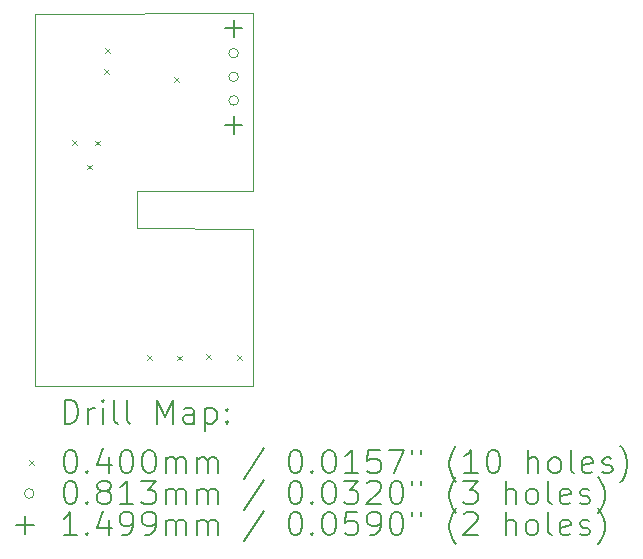
<source format=gbr>
%TF.GenerationSoftware,KiCad,Pcbnew,7.0.9*%
%TF.CreationDate,2024-03-07T22:29:10+01:00*%
%TF.ProjectId,pcb-design,7063622d-6465-4736-9967-6e2e6b696361,rev?*%
%TF.SameCoordinates,Original*%
%TF.FileFunction,Drillmap*%
%TF.FilePolarity,Positive*%
%FSLAX45Y45*%
G04 Gerber Fmt 4.5, Leading zero omitted, Abs format (unit mm)*
G04 Created by KiCad (PCBNEW 7.0.9) date 2024-03-07 22:29:10*
%MOMM*%
%LPD*%
G01*
G04 APERTURE LIST*
%ADD10C,0.100000*%
%ADD11C,0.200000*%
%ADD12C,0.149860*%
G04 APERTURE END LIST*
D10*
X15849000Y-13402900D02*
X14863200Y-13400800D01*
X14863200Y-13721400D01*
X15845200Y-13725400D01*
X15847700Y-15056800D01*
X13996200Y-15055500D01*
X14001100Y-11901900D01*
X15847700Y-11900200D01*
X15849000Y-13402900D01*
D11*
D10*
X14314700Y-12976100D02*
X14354700Y-13016100D01*
X14354700Y-12976100D02*
X14314700Y-13016100D01*
X14440300Y-13180300D02*
X14480300Y-13220300D01*
X14480300Y-13180300D02*
X14440300Y-13220300D01*
X14511792Y-12977900D02*
X14551792Y-13017900D01*
X14551792Y-12977900D02*
X14511792Y-13017900D01*
X14584242Y-12374639D02*
X14624242Y-12414639D01*
X14624242Y-12374639D02*
X14584242Y-12414639D01*
X14595513Y-12192744D02*
X14635513Y-12232744D01*
X14635513Y-12192744D02*
X14595513Y-12232744D01*
X14947275Y-14796000D02*
X14987275Y-14836000D01*
X14987275Y-14796000D02*
X14947275Y-14836000D01*
X15177900Y-12442600D02*
X15217900Y-12482600D01*
X15217900Y-12442600D02*
X15177900Y-12482600D01*
X15201700Y-14798500D02*
X15241700Y-14838500D01*
X15241700Y-14798500D02*
X15201700Y-14838500D01*
X15448600Y-14788200D02*
X15488600Y-14828200D01*
X15488600Y-14788200D02*
X15448600Y-14828200D01*
X15710300Y-14796800D02*
X15750300Y-14836800D01*
X15750300Y-14796800D02*
X15710300Y-14836800D01*
X15722840Y-12238200D02*
G75*
G03*
X15722840Y-12238200I-40640J0D01*
G01*
X15722840Y-12438200D02*
G75*
G03*
X15722840Y-12438200I-40640J0D01*
G01*
X15722840Y-12638200D02*
G75*
G03*
X15722840Y-12638200I-40640J0D01*
G01*
D12*
X15682200Y-11953060D02*
X15682200Y-12102920D01*
X15607270Y-12027990D02*
X15757130Y-12027990D01*
X15682200Y-12773480D02*
X15682200Y-12923340D01*
X15607270Y-12848410D02*
X15757130Y-12848410D01*
D11*
X14251977Y-15373284D02*
X14251977Y-15173284D01*
X14251977Y-15173284D02*
X14299596Y-15173284D01*
X14299596Y-15173284D02*
X14328167Y-15182808D01*
X14328167Y-15182808D02*
X14347215Y-15201855D01*
X14347215Y-15201855D02*
X14356739Y-15220903D01*
X14356739Y-15220903D02*
X14366262Y-15258998D01*
X14366262Y-15258998D02*
X14366262Y-15287569D01*
X14366262Y-15287569D02*
X14356739Y-15325665D01*
X14356739Y-15325665D02*
X14347215Y-15344712D01*
X14347215Y-15344712D02*
X14328167Y-15363760D01*
X14328167Y-15363760D02*
X14299596Y-15373284D01*
X14299596Y-15373284D02*
X14251977Y-15373284D01*
X14451977Y-15373284D02*
X14451977Y-15239950D01*
X14451977Y-15278046D02*
X14461501Y-15258998D01*
X14461501Y-15258998D02*
X14471024Y-15249474D01*
X14471024Y-15249474D02*
X14490072Y-15239950D01*
X14490072Y-15239950D02*
X14509120Y-15239950D01*
X14575786Y-15373284D02*
X14575786Y-15239950D01*
X14575786Y-15173284D02*
X14566262Y-15182808D01*
X14566262Y-15182808D02*
X14575786Y-15192331D01*
X14575786Y-15192331D02*
X14585310Y-15182808D01*
X14585310Y-15182808D02*
X14575786Y-15173284D01*
X14575786Y-15173284D02*
X14575786Y-15192331D01*
X14699596Y-15373284D02*
X14680548Y-15363760D01*
X14680548Y-15363760D02*
X14671024Y-15344712D01*
X14671024Y-15344712D02*
X14671024Y-15173284D01*
X14804358Y-15373284D02*
X14785310Y-15363760D01*
X14785310Y-15363760D02*
X14775786Y-15344712D01*
X14775786Y-15344712D02*
X14775786Y-15173284D01*
X15032929Y-15373284D02*
X15032929Y-15173284D01*
X15032929Y-15173284D02*
X15099596Y-15316141D01*
X15099596Y-15316141D02*
X15166262Y-15173284D01*
X15166262Y-15173284D02*
X15166262Y-15373284D01*
X15347215Y-15373284D02*
X15347215Y-15268522D01*
X15347215Y-15268522D02*
X15337691Y-15249474D01*
X15337691Y-15249474D02*
X15318643Y-15239950D01*
X15318643Y-15239950D02*
X15280548Y-15239950D01*
X15280548Y-15239950D02*
X15261501Y-15249474D01*
X15347215Y-15363760D02*
X15328167Y-15373284D01*
X15328167Y-15373284D02*
X15280548Y-15373284D01*
X15280548Y-15373284D02*
X15261501Y-15363760D01*
X15261501Y-15363760D02*
X15251977Y-15344712D01*
X15251977Y-15344712D02*
X15251977Y-15325665D01*
X15251977Y-15325665D02*
X15261501Y-15306617D01*
X15261501Y-15306617D02*
X15280548Y-15297093D01*
X15280548Y-15297093D02*
X15328167Y-15297093D01*
X15328167Y-15297093D02*
X15347215Y-15287569D01*
X15442453Y-15239950D02*
X15442453Y-15439950D01*
X15442453Y-15249474D02*
X15461501Y-15239950D01*
X15461501Y-15239950D02*
X15499596Y-15239950D01*
X15499596Y-15239950D02*
X15518643Y-15249474D01*
X15518643Y-15249474D02*
X15528167Y-15258998D01*
X15528167Y-15258998D02*
X15537691Y-15278046D01*
X15537691Y-15278046D02*
X15537691Y-15335188D01*
X15537691Y-15335188D02*
X15528167Y-15354236D01*
X15528167Y-15354236D02*
X15518643Y-15363760D01*
X15518643Y-15363760D02*
X15499596Y-15373284D01*
X15499596Y-15373284D02*
X15461501Y-15373284D01*
X15461501Y-15373284D02*
X15442453Y-15363760D01*
X15623405Y-15354236D02*
X15632929Y-15363760D01*
X15632929Y-15363760D02*
X15623405Y-15373284D01*
X15623405Y-15373284D02*
X15613882Y-15363760D01*
X15613882Y-15363760D02*
X15623405Y-15354236D01*
X15623405Y-15354236D02*
X15623405Y-15373284D01*
X15623405Y-15249474D02*
X15632929Y-15258998D01*
X15632929Y-15258998D02*
X15623405Y-15268522D01*
X15623405Y-15268522D02*
X15613882Y-15258998D01*
X15613882Y-15258998D02*
X15623405Y-15249474D01*
X15623405Y-15249474D02*
X15623405Y-15268522D01*
D10*
X13951200Y-15681800D02*
X13991200Y-15721800D01*
X13991200Y-15681800D02*
X13951200Y-15721800D01*
D11*
X14290072Y-15593284D02*
X14309120Y-15593284D01*
X14309120Y-15593284D02*
X14328167Y-15602808D01*
X14328167Y-15602808D02*
X14337691Y-15612331D01*
X14337691Y-15612331D02*
X14347215Y-15631379D01*
X14347215Y-15631379D02*
X14356739Y-15669474D01*
X14356739Y-15669474D02*
X14356739Y-15717093D01*
X14356739Y-15717093D02*
X14347215Y-15755188D01*
X14347215Y-15755188D02*
X14337691Y-15774236D01*
X14337691Y-15774236D02*
X14328167Y-15783760D01*
X14328167Y-15783760D02*
X14309120Y-15793284D01*
X14309120Y-15793284D02*
X14290072Y-15793284D01*
X14290072Y-15793284D02*
X14271024Y-15783760D01*
X14271024Y-15783760D02*
X14261501Y-15774236D01*
X14261501Y-15774236D02*
X14251977Y-15755188D01*
X14251977Y-15755188D02*
X14242453Y-15717093D01*
X14242453Y-15717093D02*
X14242453Y-15669474D01*
X14242453Y-15669474D02*
X14251977Y-15631379D01*
X14251977Y-15631379D02*
X14261501Y-15612331D01*
X14261501Y-15612331D02*
X14271024Y-15602808D01*
X14271024Y-15602808D02*
X14290072Y-15593284D01*
X14442453Y-15774236D02*
X14451977Y-15783760D01*
X14451977Y-15783760D02*
X14442453Y-15793284D01*
X14442453Y-15793284D02*
X14432929Y-15783760D01*
X14432929Y-15783760D02*
X14442453Y-15774236D01*
X14442453Y-15774236D02*
X14442453Y-15793284D01*
X14623405Y-15659950D02*
X14623405Y-15793284D01*
X14575786Y-15583760D02*
X14528167Y-15726617D01*
X14528167Y-15726617D02*
X14651977Y-15726617D01*
X14766262Y-15593284D02*
X14785310Y-15593284D01*
X14785310Y-15593284D02*
X14804358Y-15602808D01*
X14804358Y-15602808D02*
X14813882Y-15612331D01*
X14813882Y-15612331D02*
X14823405Y-15631379D01*
X14823405Y-15631379D02*
X14832929Y-15669474D01*
X14832929Y-15669474D02*
X14832929Y-15717093D01*
X14832929Y-15717093D02*
X14823405Y-15755188D01*
X14823405Y-15755188D02*
X14813882Y-15774236D01*
X14813882Y-15774236D02*
X14804358Y-15783760D01*
X14804358Y-15783760D02*
X14785310Y-15793284D01*
X14785310Y-15793284D02*
X14766262Y-15793284D01*
X14766262Y-15793284D02*
X14747215Y-15783760D01*
X14747215Y-15783760D02*
X14737691Y-15774236D01*
X14737691Y-15774236D02*
X14728167Y-15755188D01*
X14728167Y-15755188D02*
X14718643Y-15717093D01*
X14718643Y-15717093D02*
X14718643Y-15669474D01*
X14718643Y-15669474D02*
X14728167Y-15631379D01*
X14728167Y-15631379D02*
X14737691Y-15612331D01*
X14737691Y-15612331D02*
X14747215Y-15602808D01*
X14747215Y-15602808D02*
X14766262Y-15593284D01*
X14956739Y-15593284D02*
X14975786Y-15593284D01*
X14975786Y-15593284D02*
X14994834Y-15602808D01*
X14994834Y-15602808D02*
X15004358Y-15612331D01*
X15004358Y-15612331D02*
X15013882Y-15631379D01*
X15013882Y-15631379D02*
X15023405Y-15669474D01*
X15023405Y-15669474D02*
X15023405Y-15717093D01*
X15023405Y-15717093D02*
X15013882Y-15755188D01*
X15013882Y-15755188D02*
X15004358Y-15774236D01*
X15004358Y-15774236D02*
X14994834Y-15783760D01*
X14994834Y-15783760D02*
X14975786Y-15793284D01*
X14975786Y-15793284D02*
X14956739Y-15793284D01*
X14956739Y-15793284D02*
X14937691Y-15783760D01*
X14937691Y-15783760D02*
X14928167Y-15774236D01*
X14928167Y-15774236D02*
X14918643Y-15755188D01*
X14918643Y-15755188D02*
X14909120Y-15717093D01*
X14909120Y-15717093D02*
X14909120Y-15669474D01*
X14909120Y-15669474D02*
X14918643Y-15631379D01*
X14918643Y-15631379D02*
X14928167Y-15612331D01*
X14928167Y-15612331D02*
X14937691Y-15602808D01*
X14937691Y-15602808D02*
X14956739Y-15593284D01*
X15109120Y-15793284D02*
X15109120Y-15659950D01*
X15109120Y-15678998D02*
X15118643Y-15669474D01*
X15118643Y-15669474D02*
X15137691Y-15659950D01*
X15137691Y-15659950D02*
X15166263Y-15659950D01*
X15166263Y-15659950D02*
X15185310Y-15669474D01*
X15185310Y-15669474D02*
X15194834Y-15688522D01*
X15194834Y-15688522D02*
X15194834Y-15793284D01*
X15194834Y-15688522D02*
X15204358Y-15669474D01*
X15204358Y-15669474D02*
X15223405Y-15659950D01*
X15223405Y-15659950D02*
X15251977Y-15659950D01*
X15251977Y-15659950D02*
X15271024Y-15669474D01*
X15271024Y-15669474D02*
X15280548Y-15688522D01*
X15280548Y-15688522D02*
X15280548Y-15793284D01*
X15375786Y-15793284D02*
X15375786Y-15659950D01*
X15375786Y-15678998D02*
X15385310Y-15669474D01*
X15385310Y-15669474D02*
X15404358Y-15659950D01*
X15404358Y-15659950D02*
X15432929Y-15659950D01*
X15432929Y-15659950D02*
X15451977Y-15669474D01*
X15451977Y-15669474D02*
X15461501Y-15688522D01*
X15461501Y-15688522D02*
X15461501Y-15793284D01*
X15461501Y-15688522D02*
X15471024Y-15669474D01*
X15471024Y-15669474D02*
X15490072Y-15659950D01*
X15490072Y-15659950D02*
X15518643Y-15659950D01*
X15518643Y-15659950D02*
X15537691Y-15669474D01*
X15537691Y-15669474D02*
X15547215Y-15688522D01*
X15547215Y-15688522D02*
X15547215Y-15793284D01*
X15937691Y-15583760D02*
X15766263Y-15840903D01*
X16194834Y-15593284D02*
X16213882Y-15593284D01*
X16213882Y-15593284D02*
X16232929Y-15602808D01*
X16232929Y-15602808D02*
X16242453Y-15612331D01*
X16242453Y-15612331D02*
X16251977Y-15631379D01*
X16251977Y-15631379D02*
X16261501Y-15669474D01*
X16261501Y-15669474D02*
X16261501Y-15717093D01*
X16261501Y-15717093D02*
X16251977Y-15755188D01*
X16251977Y-15755188D02*
X16242453Y-15774236D01*
X16242453Y-15774236D02*
X16232929Y-15783760D01*
X16232929Y-15783760D02*
X16213882Y-15793284D01*
X16213882Y-15793284D02*
X16194834Y-15793284D01*
X16194834Y-15793284D02*
X16175786Y-15783760D01*
X16175786Y-15783760D02*
X16166263Y-15774236D01*
X16166263Y-15774236D02*
X16156739Y-15755188D01*
X16156739Y-15755188D02*
X16147215Y-15717093D01*
X16147215Y-15717093D02*
X16147215Y-15669474D01*
X16147215Y-15669474D02*
X16156739Y-15631379D01*
X16156739Y-15631379D02*
X16166263Y-15612331D01*
X16166263Y-15612331D02*
X16175786Y-15602808D01*
X16175786Y-15602808D02*
X16194834Y-15593284D01*
X16347215Y-15774236D02*
X16356739Y-15783760D01*
X16356739Y-15783760D02*
X16347215Y-15793284D01*
X16347215Y-15793284D02*
X16337691Y-15783760D01*
X16337691Y-15783760D02*
X16347215Y-15774236D01*
X16347215Y-15774236D02*
X16347215Y-15793284D01*
X16480548Y-15593284D02*
X16499596Y-15593284D01*
X16499596Y-15593284D02*
X16518644Y-15602808D01*
X16518644Y-15602808D02*
X16528167Y-15612331D01*
X16528167Y-15612331D02*
X16537691Y-15631379D01*
X16537691Y-15631379D02*
X16547215Y-15669474D01*
X16547215Y-15669474D02*
X16547215Y-15717093D01*
X16547215Y-15717093D02*
X16537691Y-15755188D01*
X16537691Y-15755188D02*
X16528167Y-15774236D01*
X16528167Y-15774236D02*
X16518644Y-15783760D01*
X16518644Y-15783760D02*
X16499596Y-15793284D01*
X16499596Y-15793284D02*
X16480548Y-15793284D01*
X16480548Y-15793284D02*
X16461501Y-15783760D01*
X16461501Y-15783760D02*
X16451977Y-15774236D01*
X16451977Y-15774236D02*
X16442453Y-15755188D01*
X16442453Y-15755188D02*
X16432929Y-15717093D01*
X16432929Y-15717093D02*
X16432929Y-15669474D01*
X16432929Y-15669474D02*
X16442453Y-15631379D01*
X16442453Y-15631379D02*
X16451977Y-15612331D01*
X16451977Y-15612331D02*
X16461501Y-15602808D01*
X16461501Y-15602808D02*
X16480548Y-15593284D01*
X16737691Y-15793284D02*
X16623406Y-15793284D01*
X16680548Y-15793284D02*
X16680548Y-15593284D01*
X16680548Y-15593284D02*
X16661501Y-15621855D01*
X16661501Y-15621855D02*
X16642453Y-15640903D01*
X16642453Y-15640903D02*
X16623406Y-15650427D01*
X16918644Y-15593284D02*
X16823406Y-15593284D01*
X16823406Y-15593284D02*
X16813882Y-15688522D01*
X16813882Y-15688522D02*
X16823406Y-15678998D01*
X16823406Y-15678998D02*
X16842453Y-15669474D01*
X16842453Y-15669474D02*
X16890072Y-15669474D01*
X16890072Y-15669474D02*
X16909120Y-15678998D01*
X16909120Y-15678998D02*
X16918644Y-15688522D01*
X16918644Y-15688522D02*
X16928168Y-15707569D01*
X16928168Y-15707569D02*
X16928168Y-15755188D01*
X16928168Y-15755188D02*
X16918644Y-15774236D01*
X16918644Y-15774236D02*
X16909120Y-15783760D01*
X16909120Y-15783760D02*
X16890072Y-15793284D01*
X16890072Y-15793284D02*
X16842453Y-15793284D01*
X16842453Y-15793284D02*
X16823406Y-15783760D01*
X16823406Y-15783760D02*
X16813882Y-15774236D01*
X16994834Y-15593284D02*
X17128168Y-15593284D01*
X17128168Y-15593284D02*
X17042453Y-15793284D01*
X17194834Y-15593284D02*
X17194834Y-15631379D01*
X17271025Y-15593284D02*
X17271025Y-15631379D01*
X17566263Y-15869474D02*
X17556739Y-15859950D01*
X17556739Y-15859950D02*
X17537691Y-15831379D01*
X17537691Y-15831379D02*
X17528168Y-15812331D01*
X17528168Y-15812331D02*
X17518644Y-15783760D01*
X17518644Y-15783760D02*
X17509120Y-15736141D01*
X17509120Y-15736141D02*
X17509120Y-15698046D01*
X17509120Y-15698046D02*
X17518644Y-15650427D01*
X17518644Y-15650427D02*
X17528168Y-15621855D01*
X17528168Y-15621855D02*
X17537691Y-15602808D01*
X17537691Y-15602808D02*
X17556739Y-15574236D01*
X17556739Y-15574236D02*
X17566263Y-15564712D01*
X17747215Y-15793284D02*
X17632930Y-15793284D01*
X17690072Y-15793284D02*
X17690072Y-15593284D01*
X17690072Y-15593284D02*
X17671025Y-15621855D01*
X17671025Y-15621855D02*
X17651977Y-15640903D01*
X17651977Y-15640903D02*
X17632930Y-15650427D01*
X17871025Y-15593284D02*
X17890072Y-15593284D01*
X17890072Y-15593284D02*
X17909120Y-15602808D01*
X17909120Y-15602808D02*
X17918644Y-15612331D01*
X17918644Y-15612331D02*
X17928168Y-15631379D01*
X17928168Y-15631379D02*
X17937691Y-15669474D01*
X17937691Y-15669474D02*
X17937691Y-15717093D01*
X17937691Y-15717093D02*
X17928168Y-15755188D01*
X17928168Y-15755188D02*
X17918644Y-15774236D01*
X17918644Y-15774236D02*
X17909120Y-15783760D01*
X17909120Y-15783760D02*
X17890072Y-15793284D01*
X17890072Y-15793284D02*
X17871025Y-15793284D01*
X17871025Y-15793284D02*
X17851977Y-15783760D01*
X17851977Y-15783760D02*
X17842453Y-15774236D01*
X17842453Y-15774236D02*
X17832930Y-15755188D01*
X17832930Y-15755188D02*
X17823406Y-15717093D01*
X17823406Y-15717093D02*
X17823406Y-15669474D01*
X17823406Y-15669474D02*
X17832930Y-15631379D01*
X17832930Y-15631379D02*
X17842453Y-15612331D01*
X17842453Y-15612331D02*
X17851977Y-15602808D01*
X17851977Y-15602808D02*
X17871025Y-15593284D01*
X18175787Y-15793284D02*
X18175787Y-15593284D01*
X18261501Y-15793284D02*
X18261501Y-15688522D01*
X18261501Y-15688522D02*
X18251977Y-15669474D01*
X18251977Y-15669474D02*
X18232930Y-15659950D01*
X18232930Y-15659950D02*
X18204358Y-15659950D01*
X18204358Y-15659950D02*
X18185311Y-15669474D01*
X18185311Y-15669474D02*
X18175787Y-15678998D01*
X18385311Y-15793284D02*
X18366263Y-15783760D01*
X18366263Y-15783760D02*
X18356739Y-15774236D01*
X18356739Y-15774236D02*
X18347215Y-15755188D01*
X18347215Y-15755188D02*
X18347215Y-15698046D01*
X18347215Y-15698046D02*
X18356739Y-15678998D01*
X18356739Y-15678998D02*
X18366263Y-15669474D01*
X18366263Y-15669474D02*
X18385311Y-15659950D01*
X18385311Y-15659950D02*
X18413882Y-15659950D01*
X18413882Y-15659950D02*
X18432930Y-15669474D01*
X18432930Y-15669474D02*
X18442453Y-15678998D01*
X18442453Y-15678998D02*
X18451977Y-15698046D01*
X18451977Y-15698046D02*
X18451977Y-15755188D01*
X18451977Y-15755188D02*
X18442453Y-15774236D01*
X18442453Y-15774236D02*
X18432930Y-15783760D01*
X18432930Y-15783760D02*
X18413882Y-15793284D01*
X18413882Y-15793284D02*
X18385311Y-15793284D01*
X18566263Y-15793284D02*
X18547215Y-15783760D01*
X18547215Y-15783760D02*
X18537692Y-15764712D01*
X18537692Y-15764712D02*
X18537692Y-15593284D01*
X18718644Y-15783760D02*
X18699596Y-15793284D01*
X18699596Y-15793284D02*
X18661501Y-15793284D01*
X18661501Y-15793284D02*
X18642453Y-15783760D01*
X18642453Y-15783760D02*
X18632930Y-15764712D01*
X18632930Y-15764712D02*
X18632930Y-15688522D01*
X18632930Y-15688522D02*
X18642453Y-15669474D01*
X18642453Y-15669474D02*
X18661501Y-15659950D01*
X18661501Y-15659950D02*
X18699596Y-15659950D01*
X18699596Y-15659950D02*
X18718644Y-15669474D01*
X18718644Y-15669474D02*
X18728168Y-15688522D01*
X18728168Y-15688522D02*
X18728168Y-15707569D01*
X18728168Y-15707569D02*
X18632930Y-15726617D01*
X18804358Y-15783760D02*
X18823406Y-15793284D01*
X18823406Y-15793284D02*
X18861501Y-15793284D01*
X18861501Y-15793284D02*
X18880549Y-15783760D01*
X18880549Y-15783760D02*
X18890073Y-15764712D01*
X18890073Y-15764712D02*
X18890073Y-15755188D01*
X18890073Y-15755188D02*
X18880549Y-15736141D01*
X18880549Y-15736141D02*
X18861501Y-15726617D01*
X18861501Y-15726617D02*
X18832930Y-15726617D01*
X18832930Y-15726617D02*
X18813882Y-15717093D01*
X18813882Y-15717093D02*
X18804358Y-15698046D01*
X18804358Y-15698046D02*
X18804358Y-15688522D01*
X18804358Y-15688522D02*
X18813882Y-15669474D01*
X18813882Y-15669474D02*
X18832930Y-15659950D01*
X18832930Y-15659950D02*
X18861501Y-15659950D01*
X18861501Y-15659950D02*
X18880549Y-15669474D01*
X18956739Y-15869474D02*
X18966263Y-15859950D01*
X18966263Y-15859950D02*
X18985311Y-15831379D01*
X18985311Y-15831379D02*
X18994834Y-15812331D01*
X18994834Y-15812331D02*
X19004358Y-15783760D01*
X19004358Y-15783760D02*
X19013882Y-15736141D01*
X19013882Y-15736141D02*
X19013882Y-15698046D01*
X19013882Y-15698046D02*
X19004358Y-15650427D01*
X19004358Y-15650427D02*
X18994834Y-15621855D01*
X18994834Y-15621855D02*
X18985311Y-15602808D01*
X18985311Y-15602808D02*
X18966263Y-15574236D01*
X18966263Y-15574236D02*
X18956739Y-15564712D01*
D10*
X13991200Y-15965800D02*
G75*
G03*
X13991200Y-15965800I-40640J0D01*
G01*
D11*
X14290072Y-15857284D02*
X14309120Y-15857284D01*
X14309120Y-15857284D02*
X14328167Y-15866808D01*
X14328167Y-15866808D02*
X14337691Y-15876331D01*
X14337691Y-15876331D02*
X14347215Y-15895379D01*
X14347215Y-15895379D02*
X14356739Y-15933474D01*
X14356739Y-15933474D02*
X14356739Y-15981093D01*
X14356739Y-15981093D02*
X14347215Y-16019188D01*
X14347215Y-16019188D02*
X14337691Y-16038236D01*
X14337691Y-16038236D02*
X14328167Y-16047760D01*
X14328167Y-16047760D02*
X14309120Y-16057284D01*
X14309120Y-16057284D02*
X14290072Y-16057284D01*
X14290072Y-16057284D02*
X14271024Y-16047760D01*
X14271024Y-16047760D02*
X14261501Y-16038236D01*
X14261501Y-16038236D02*
X14251977Y-16019188D01*
X14251977Y-16019188D02*
X14242453Y-15981093D01*
X14242453Y-15981093D02*
X14242453Y-15933474D01*
X14242453Y-15933474D02*
X14251977Y-15895379D01*
X14251977Y-15895379D02*
X14261501Y-15876331D01*
X14261501Y-15876331D02*
X14271024Y-15866808D01*
X14271024Y-15866808D02*
X14290072Y-15857284D01*
X14442453Y-16038236D02*
X14451977Y-16047760D01*
X14451977Y-16047760D02*
X14442453Y-16057284D01*
X14442453Y-16057284D02*
X14432929Y-16047760D01*
X14432929Y-16047760D02*
X14442453Y-16038236D01*
X14442453Y-16038236D02*
X14442453Y-16057284D01*
X14566262Y-15942998D02*
X14547215Y-15933474D01*
X14547215Y-15933474D02*
X14537691Y-15923950D01*
X14537691Y-15923950D02*
X14528167Y-15904903D01*
X14528167Y-15904903D02*
X14528167Y-15895379D01*
X14528167Y-15895379D02*
X14537691Y-15876331D01*
X14537691Y-15876331D02*
X14547215Y-15866808D01*
X14547215Y-15866808D02*
X14566262Y-15857284D01*
X14566262Y-15857284D02*
X14604358Y-15857284D01*
X14604358Y-15857284D02*
X14623405Y-15866808D01*
X14623405Y-15866808D02*
X14632929Y-15876331D01*
X14632929Y-15876331D02*
X14642453Y-15895379D01*
X14642453Y-15895379D02*
X14642453Y-15904903D01*
X14642453Y-15904903D02*
X14632929Y-15923950D01*
X14632929Y-15923950D02*
X14623405Y-15933474D01*
X14623405Y-15933474D02*
X14604358Y-15942998D01*
X14604358Y-15942998D02*
X14566262Y-15942998D01*
X14566262Y-15942998D02*
X14547215Y-15952522D01*
X14547215Y-15952522D02*
X14537691Y-15962046D01*
X14537691Y-15962046D02*
X14528167Y-15981093D01*
X14528167Y-15981093D02*
X14528167Y-16019188D01*
X14528167Y-16019188D02*
X14537691Y-16038236D01*
X14537691Y-16038236D02*
X14547215Y-16047760D01*
X14547215Y-16047760D02*
X14566262Y-16057284D01*
X14566262Y-16057284D02*
X14604358Y-16057284D01*
X14604358Y-16057284D02*
X14623405Y-16047760D01*
X14623405Y-16047760D02*
X14632929Y-16038236D01*
X14632929Y-16038236D02*
X14642453Y-16019188D01*
X14642453Y-16019188D02*
X14642453Y-15981093D01*
X14642453Y-15981093D02*
X14632929Y-15962046D01*
X14632929Y-15962046D02*
X14623405Y-15952522D01*
X14623405Y-15952522D02*
X14604358Y-15942998D01*
X14832929Y-16057284D02*
X14718643Y-16057284D01*
X14775786Y-16057284D02*
X14775786Y-15857284D01*
X14775786Y-15857284D02*
X14756739Y-15885855D01*
X14756739Y-15885855D02*
X14737691Y-15904903D01*
X14737691Y-15904903D02*
X14718643Y-15914427D01*
X14899596Y-15857284D02*
X15023405Y-15857284D01*
X15023405Y-15857284D02*
X14956739Y-15933474D01*
X14956739Y-15933474D02*
X14985310Y-15933474D01*
X14985310Y-15933474D02*
X15004358Y-15942998D01*
X15004358Y-15942998D02*
X15013882Y-15952522D01*
X15013882Y-15952522D02*
X15023405Y-15971569D01*
X15023405Y-15971569D02*
X15023405Y-16019188D01*
X15023405Y-16019188D02*
X15013882Y-16038236D01*
X15013882Y-16038236D02*
X15004358Y-16047760D01*
X15004358Y-16047760D02*
X14985310Y-16057284D01*
X14985310Y-16057284D02*
X14928167Y-16057284D01*
X14928167Y-16057284D02*
X14909120Y-16047760D01*
X14909120Y-16047760D02*
X14899596Y-16038236D01*
X15109120Y-16057284D02*
X15109120Y-15923950D01*
X15109120Y-15942998D02*
X15118643Y-15933474D01*
X15118643Y-15933474D02*
X15137691Y-15923950D01*
X15137691Y-15923950D02*
X15166263Y-15923950D01*
X15166263Y-15923950D02*
X15185310Y-15933474D01*
X15185310Y-15933474D02*
X15194834Y-15952522D01*
X15194834Y-15952522D02*
X15194834Y-16057284D01*
X15194834Y-15952522D02*
X15204358Y-15933474D01*
X15204358Y-15933474D02*
X15223405Y-15923950D01*
X15223405Y-15923950D02*
X15251977Y-15923950D01*
X15251977Y-15923950D02*
X15271024Y-15933474D01*
X15271024Y-15933474D02*
X15280548Y-15952522D01*
X15280548Y-15952522D02*
X15280548Y-16057284D01*
X15375786Y-16057284D02*
X15375786Y-15923950D01*
X15375786Y-15942998D02*
X15385310Y-15933474D01*
X15385310Y-15933474D02*
X15404358Y-15923950D01*
X15404358Y-15923950D02*
X15432929Y-15923950D01*
X15432929Y-15923950D02*
X15451977Y-15933474D01*
X15451977Y-15933474D02*
X15461501Y-15952522D01*
X15461501Y-15952522D02*
X15461501Y-16057284D01*
X15461501Y-15952522D02*
X15471024Y-15933474D01*
X15471024Y-15933474D02*
X15490072Y-15923950D01*
X15490072Y-15923950D02*
X15518643Y-15923950D01*
X15518643Y-15923950D02*
X15537691Y-15933474D01*
X15537691Y-15933474D02*
X15547215Y-15952522D01*
X15547215Y-15952522D02*
X15547215Y-16057284D01*
X15937691Y-15847760D02*
X15766263Y-16104903D01*
X16194834Y-15857284D02*
X16213882Y-15857284D01*
X16213882Y-15857284D02*
X16232929Y-15866808D01*
X16232929Y-15866808D02*
X16242453Y-15876331D01*
X16242453Y-15876331D02*
X16251977Y-15895379D01*
X16251977Y-15895379D02*
X16261501Y-15933474D01*
X16261501Y-15933474D02*
X16261501Y-15981093D01*
X16261501Y-15981093D02*
X16251977Y-16019188D01*
X16251977Y-16019188D02*
X16242453Y-16038236D01*
X16242453Y-16038236D02*
X16232929Y-16047760D01*
X16232929Y-16047760D02*
X16213882Y-16057284D01*
X16213882Y-16057284D02*
X16194834Y-16057284D01*
X16194834Y-16057284D02*
X16175786Y-16047760D01*
X16175786Y-16047760D02*
X16166263Y-16038236D01*
X16166263Y-16038236D02*
X16156739Y-16019188D01*
X16156739Y-16019188D02*
X16147215Y-15981093D01*
X16147215Y-15981093D02*
X16147215Y-15933474D01*
X16147215Y-15933474D02*
X16156739Y-15895379D01*
X16156739Y-15895379D02*
X16166263Y-15876331D01*
X16166263Y-15876331D02*
X16175786Y-15866808D01*
X16175786Y-15866808D02*
X16194834Y-15857284D01*
X16347215Y-16038236D02*
X16356739Y-16047760D01*
X16356739Y-16047760D02*
X16347215Y-16057284D01*
X16347215Y-16057284D02*
X16337691Y-16047760D01*
X16337691Y-16047760D02*
X16347215Y-16038236D01*
X16347215Y-16038236D02*
X16347215Y-16057284D01*
X16480548Y-15857284D02*
X16499596Y-15857284D01*
X16499596Y-15857284D02*
X16518644Y-15866808D01*
X16518644Y-15866808D02*
X16528167Y-15876331D01*
X16528167Y-15876331D02*
X16537691Y-15895379D01*
X16537691Y-15895379D02*
X16547215Y-15933474D01*
X16547215Y-15933474D02*
X16547215Y-15981093D01*
X16547215Y-15981093D02*
X16537691Y-16019188D01*
X16537691Y-16019188D02*
X16528167Y-16038236D01*
X16528167Y-16038236D02*
X16518644Y-16047760D01*
X16518644Y-16047760D02*
X16499596Y-16057284D01*
X16499596Y-16057284D02*
X16480548Y-16057284D01*
X16480548Y-16057284D02*
X16461501Y-16047760D01*
X16461501Y-16047760D02*
X16451977Y-16038236D01*
X16451977Y-16038236D02*
X16442453Y-16019188D01*
X16442453Y-16019188D02*
X16432929Y-15981093D01*
X16432929Y-15981093D02*
X16432929Y-15933474D01*
X16432929Y-15933474D02*
X16442453Y-15895379D01*
X16442453Y-15895379D02*
X16451977Y-15876331D01*
X16451977Y-15876331D02*
X16461501Y-15866808D01*
X16461501Y-15866808D02*
X16480548Y-15857284D01*
X16613882Y-15857284D02*
X16737691Y-15857284D01*
X16737691Y-15857284D02*
X16671025Y-15933474D01*
X16671025Y-15933474D02*
X16699596Y-15933474D01*
X16699596Y-15933474D02*
X16718644Y-15942998D01*
X16718644Y-15942998D02*
X16728167Y-15952522D01*
X16728167Y-15952522D02*
X16737691Y-15971569D01*
X16737691Y-15971569D02*
X16737691Y-16019188D01*
X16737691Y-16019188D02*
X16728167Y-16038236D01*
X16728167Y-16038236D02*
X16718644Y-16047760D01*
X16718644Y-16047760D02*
X16699596Y-16057284D01*
X16699596Y-16057284D02*
X16642453Y-16057284D01*
X16642453Y-16057284D02*
X16623406Y-16047760D01*
X16623406Y-16047760D02*
X16613882Y-16038236D01*
X16813882Y-15876331D02*
X16823406Y-15866808D01*
X16823406Y-15866808D02*
X16842453Y-15857284D01*
X16842453Y-15857284D02*
X16890072Y-15857284D01*
X16890072Y-15857284D02*
X16909120Y-15866808D01*
X16909120Y-15866808D02*
X16918644Y-15876331D01*
X16918644Y-15876331D02*
X16928168Y-15895379D01*
X16928168Y-15895379D02*
X16928168Y-15914427D01*
X16928168Y-15914427D02*
X16918644Y-15942998D01*
X16918644Y-15942998D02*
X16804358Y-16057284D01*
X16804358Y-16057284D02*
X16928168Y-16057284D01*
X17051977Y-15857284D02*
X17071025Y-15857284D01*
X17071025Y-15857284D02*
X17090072Y-15866808D01*
X17090072Y-15866808D02*
X17099596Y-15876331D01*
X17099596Y-15876331D02*
X17109120Y-15895379D01*
X17109120Y-15895379D02*
X17118644Y-15933474D01*
X17118644Y-15933474D02*
X17118644Y-15981093D01*
X17118644Y-15981093D02*
X17109120Y-16019188D01*
X17109120Y-16019188D02*
X17099596Y-16038236D01*
X17099596Y-16038236D02*
X17090072Y-16047760D01*
X17090072Y-16047760D02*
X17071025Y-16057284D01*
X17071025Y-16057284D02*
X17051977Y-16057284D01*
X17051977Y-16057284D02*
X17032929Y-16047760D01*
X17032929Y-16047760D02*
X17023406Y-16038236D01*
X17023406Y-16038236D02*
X17013882Y-16019188D01*
X17013882Y-16019188D02*
X17004358Y-15981093D01*
X17004358Y-15981093D02*
X17004358Y-15933474D01*
X17004358Y-15933474D02*
X17013882Y-15895379D01*
X17013882Y-15895379D02*
X17023406Y-15876331D01*
X17023406Y-15876331D02*
X17032929Y-15866808D01*
X17032929Y-15866808D02*
X17051977Y-15857284D01*
X17194834Y-15857284D02*
X17194834Y-15895379D01*
X17271025Y-15857284D02*
X17271025Y-15895379D01*
X17566263Y-16133474D02*
X17556739Y-16123950D01*
X17556739Y-16123950D02*
X17537691Y-16095379D01*
X17537691Y-16095379D02*
X17528168Y-16076331D01*
X17528168Y-16076331D02*
X17518644Y-16047760D01*
X17518644Y-16047760D02*
X17509120Y-16000141D01*
X17509120Y-16000141D02*
X17509120Y-15962046D01*
X17509120Y-15962046D02*
X17518644Y-15914427D01*
X17518644Y-15914427D02*
X17528168Y-15885855D01*
X17528168Y-15885855D02*
X17537691Y-15866808D01*
X17537691Y-15866808D02*
X17556739Y-15838236D01*
X17556739Y-15838236D02*
X17566263Y-15828712D01*
X17623406Y-15857284D02*
X17747215Y-15857284D01*
X17747215Y-15857284D02*
X17680549Y-15933474D01*
X17680549Y-15933474D02*
X17709120Y-15933474D01*
X17709120Y-15933474D02*
X17728168Y-15942998D01*
X17728168Y-15942998D02*
X17737691Y-15952522D01*
X17737691Y-15952522D02*
X17747215Y-15971569D01*
X17747215Y-15971569D02*
X17747215Y-16019188D01*
X17747215Y-16019188D02*
X17737691Y-16038236D01*
X17737691Y-16038236D02*
X17728168Y-16047760D01*
X17728168Y-16047760D02*
X17709120Y-16057284D01*
X17709120Y-16057284D02*
X17651977Y-16057284D01*
X17651977Y-16057284D02*
X17632930Y-16047760D01*
X17632930Y-16047760D02*
X17623406Y-16038236D01*
X17985311Y-16057284D02*
X17985311Y-15857284D01*
X18071025Y-16057284D02*
X18071025Y-15952522D01*
X18071025Y-15952522D02*
X18061501Y-15933474D01*
X18061501Y-15933474D02*
X18042453Y-15923950D01*
X18042453Y-15923950D02*
X18013882Y-15923950D01*
X18013882Y-15923950D02*
X17994834Y-15933474D01*
X17994834Y-15933474D02*
X17985311Y-15942998D01*
X18194834Y-16057284D02*
X18175787Y-16047760D01*
X18175787Y-16047760D02*
X18166263Y-16038236D01*
X18166263Y-16038236D02*
X18156739Y-16019188D01*
X18156739Y-16019188D02*
X18156739Y-15962046D01*
X18156739Y-15962046D02*
X18166263Y-15942998D01*
X18166263Y-15942998D02*
X18175787Y-15933474D01*
X18175787Y-15933474D02*
X18194834Y-15923950D01*
X18194834Y-15923950D02*
X18223406Y-15923950D01*
X18223406Y-15923950D02*
X18242453Y-15933474D01*
X18242453Y-15933474D02*
X18251977Y-15942998D01*
X18251977Y-15942998D02*
X18261501Y-15962046D01*
X18261501Y-15962046D02*
X18261501Y-16019188D01*
X18261501Y-16019188D02*
X18251977Y-16038236D01*
X18251977Y-16038236D02*
X18242453Y-16047760D01*
X18242453Y-16047760D02*
X18223406Y-16057284D01*
X18223406Y-16057284D02*
X18194834Y-16057284D01*
X18375787Y-16057284D02*
X18356739Y-16047760D01*
X18356739Y-16047760D02*
X18347215Y-16028712D01*
X18347215Y-16028712D02*
X18347215Y-15857284D01*
X18528168Y-16047760D02*
X18509120Y-16057284D01*
X18509120Y-16057284D02*
X18471025Y-16057284D01*
X18471025Y-16057284D02*
X18451977Y-16047760D01*
X18451977Y-16047760D02*
X18442453Y-16028712D01*
X18442453Y-16028712D02*
X18442453Y-15952522D01*
X18442453Y-15952522D02*
X18451977Y-15933474D01*
X18451977Y-15933474D02*
X18471025Y-15923950D01*
X18471025Y-15923950D02*
X18509120Y-15923950D01*
X18509120Y-15923950D02*
X18528168Y-15933474D01*
X18528168Y-15933474D02*
X18537692Y-15952522D01*
X18537692Y-15952522D02*
X18537692Y-15971569D01*
X18537692Y-15971569D02*
X18442453Y-15990617D01*
X18613882Y-16047760D02*
X18632930Y-16057284D01*
X18632930Y-16057284D02*
X18671025Y-16057284D01*
X18671025Y-16057284D02*
X18690073Y-16047760D01*
X18690073Y-16047760D02*
X18699596Y-16028712D01*
X18699596Y-16028712D02*
X18699596Y-16019188D01*
X18699596Y-16019188D02*
X18690073Y-16000141D01*
X18690073Y-16000141D02*
X18671025Y-15990617D01*
X18671025Y-15990617D02*
X18642453Y-15990617D01*
X18642453Y-15990617D02*
X18623406Y-15981093D01*
X18623406Y-15981093D02*
X18613882Y-15962046D01*
X18613882Y-15962046D02*
X18613882Y-15952522D01*
X18613882Y-15952522D02*
X18623406Y-15933474D01*
X18623406Y-15933474D02*
X18642453Y-15923950D01*
X18642453Y-15923950D02*
X18671025Y-15923950D01*
X18671025Y-15923950D02*
X18690073Y-15933474D01*
X18766263Y-16133474D02*
X18775787Y-16123950D01*
X18775787Y-16123950D02*
X18794834Y-16095379D01*
X18794834Y-16095379D02*
X18804358Y-16076331D01*
X18804358Y-16076331D02*
X18813882Y-16047760D01*
X18813882Y-16047760D02*
X18823406Y-16000141D01*
X18823406Y-16000141D02*
X18823406Y-15962046D01*
X18823406Y-15962046D02*
X18813882Y-15914427D01*
X18813882Y-15914427D02*
X18804358Y-15885855D01*
X18804358Y-15885855D02*
X18794834Y-15866808D01*
X18794834Y-15866808D02*
X18775787Y-15838236D01*
X18775787Y-15838236D02*
X18766263Y-15828712D01*
D12*
X13916270Y-16154870D02*
X13916270Y-16304730D01*
X13841340Y-16229800D02*
X13991200Y-16229800D01*
D11*
X14356739Y-16321284D02*
X14242453Y-16321284D01*
X14299596Y-16321284D02*
X14299596Y-16121284D01*
X14299596Y-16121284D02*
X14280548Y-16149855D01*
X14280548Y-16149855D02*
X14261501Y-16168903D01*
X14261501Y-16168903D02*
X14242453Y-16178427D01*
X14442453Y-16302236D02*
X14451977Y-16311760D01*
X14451977Y-16311760D02*
X14442453Y-16321284D01*
X14442453Y-16321284D02*
X14432929Y-16311760D01*
X14432929Y-16311760D02*
X14442453Y-16302236D01*
X14442453Y-16302236D02*
X14442453Y-16321284D01*
X14623405Y-16187950D02*
X14623405Y-16321284D01*
X14575786Y-16111760D02*
X14528167Y-16254617D01*
X14528167Y-16254617D02*
X14651977Y-16254617D01*
X14737691Y-16321284D02*
X14775786Y-16321284D01*
X14775786Y-16321284D02*
X14794834Y-16311760D01*
X14794834Y-16311760D02*
X14804358Y-16302236D01*
X14804358Y-16302236D02*
X14823405Y-16273665D01*
X14823405Y-16273665D02*
X14832929Y-16235569D01*
X14832929Y-16235569D02*
X14832929Y-16159379D01*
X14832929Y-16159379D02*
X14823405Y-16140331D01*
X14823405Y-16140331D02*
X14813882Y-16130808D01*
X14813882Y-16130808D02*
X14794834Y-16121284D01*
X14794834Y-16121284D02*
X14756739Y-16121284D01*
X14756739Y-16121284D02*
X14737691Y-16130808D01*
X14737691Y-16130808D02*
X14728167Y-16140331D01*
X14728167Y-16140331D02*
X14718643Y-16159379D01*
X14718643Y-16159379D02*
X14718643Y-16206998D01*
X14718643Y-16206998D02*
X14728167Y-16226046D01*
X14728167Y-16226046D02*
X14737691Y-16235569D01*
X14737691Y-16235569D02*
X14756739Y-16245093D01*
X14756739Y-16245093D02*
X14794834Y-16245093D01*
X14794834Y-16245093D02*
X14813882Y-16235569D01*
X14813882Y-16235569D02*
X14823405Y-16226046D01*
X14823405Y-16226046D02*
X14832929Y-16206998D01*
X14928167Y-16321284D02*
X14966262Y-16321284D01*
X14966262Y-16321284D02*
X14985310Y-16311760D01*
X14985310Y-16311760D02*
X14994834Y-16302236D01*
X14994834Y-16302236D02*
X15013882Y-16273665D01*
X15013882Y-16273665D02*
X15023405Y-16235569D01*
X15023405Y-16235569D02*
X15023405Y-16159379D01*
X15023405Y-16159379D02*
X15013882Y-16140331D01*
X15013882Y-16140331D02*
X15004358Y-16130808D01*
X15004358Y-16130808D02*
X14985310Y-16121284D01*
X14985310Y-16121284D02*
X14947215Y-16121284D01*
X14947215Y-16121284D02*
X14928167Y-16130808D01*
X14928167Y-16130808D02*
X14918643Y-16140331D01*
X14918643Y-16140331D02*
X14909120Y-16159379D01*
X14909120Y-16159379D02*
X14909120Y-16206998D01*
X14909120Y-16206998D02*
X14918643Y-16226046D01*
X14918643Y-16226046D02*
X14928167Y-16235569D01*
X14928167Y-16235569D02*
X14947215Y-16245093D01*
X14947215Y-16245093D02*
X14985310Y-16245093D01*
X14985310Y-16245093D02*
X15004358Y-16235569D01*
X15004358Y-16235569D02*
X15013882Y-16226046D01*
X15013882Y-16226046D02*
X15023405Y-16206998D01*
X15109120Y-16321284D02*
X15109120Y-16187950D01*
X15109120Y-16206998D02*
X15118643Y-16197474D01*
X15118643Y-16197474D02*
X15137691Y-16187950D01*
X15137691Y-16187950D02*
X15166263Y-16187950D01*
X15166263Y-16187950D02*
X15185310Y-16197474D01*
X15185310Y-16197474D02*
X15194834Y-16216522D01*
X15194834Y-16216522D02*
X15194834Y-16321284D01*
X15194834Y-16216522D02*
X15204358Y-16197474D01*
X15204358Y-16197474D02*
X15223405Y-16187950D01*
X15223405Y-16187950D02*
X15251977Y-16187950D01*
X15251977Y-16187950D02*
X15271024Y-16197474D01*
X15271024Y-16197474D02*
X15280548Y-16216522D01*
X15280548Y-16216522D02*
X15280548Y-16321284D01*
X15375786Y-16321284D02*
X15375786Y-16187950D01*
X15375786Y-16206998D02*
X15385310Y-16197474D01*
X15385310Y-16197474D02*
X15404358Y-16187950D01*
X15404358Y-16187950D02*
X15432929Y-16187950D01*
X15432929Y-16187950D02*
X15451977Y-16197474D01*
X15451977Y-16197474D02*
X15461501Y-16216522D01*
X15461501Y-16216522D02*
X15461501Y-16321284D01*
X15461501Y-16216522D02*
X15471024Y-16197474D01*
X15471024Y-16197474D02*
X15490072Y-16187950D01*
X15490072Y-16187950D02*
X15518643Y-16187950D01*
X15518643Y-16187950D02*
X15537691Y-16197474D01*
X15537691Y-16197474D02*
X15547215Y-16216522D01*
X15547215Y-16216522D02*
X15547215Y-16321284D01*
X15937691Y-16111760D02*
X15766263Y-16368903D01*
X16194834Y-16121284D02*
X16213882Y-16121284D01*
X16213882Y-16121284D02*
X16232929Y-16130808D01*
X16232929Y-16130808D02*
X16242453Y-16140331D01*
X16242453Y-16140331D02*
X16251977Y-16159379D01*
X16251977Y-16159379D02*
X16261501Y-16197474D01*
X16261501Y-16197474D02*
X16261501Y-16245093D01*
X16261501Y-16245093D02*
X16251977Y-16283188D01*
X16251977Y-16283188D02*
X16242453Y-16302236D01*
X16242453Y-16302236D02*
X16232929Y-16311760D01*
X16232929Y-16311760D02*
X16213882Y-16321284D01*
X16213882Y-16321284D02*
X16194834Y-16321284D01*
X16194834Y-16321284D02*
X16175786Y-16311760D01*
X16175786Y-16311760D02*
X16166263Y-16302236D01*
X16166263Y-16302236D02*
X16156739Y-16283188D01*
X16156739Y-16283188D02*
X16147215Y-16245093D01*
X16147215Y-16245093D02*
X16147215Y-16197474D01*
X16147215Y-16197474D02*
X16156739Y-16159379D01*
X16156739Y-16159379D02*
X16166263Y-16140331D01*
X16166263Y-16140331D02*
X16175786Y-16130808D01*
X16175786Y-16130808D02*
X16194834Y-16121284D01*
X16347215Y-16302236D02*
X16356739Y-16311760D01*
X16356739Y-16311760D02*
X16347215Y-16321284D01*
X16347215Y-16321284D02*
X16337691Y-16311760D01*
X16337691Y-16311760D02*
X16347215Y-16302236D01*
X16347215Y-16302236D02*
X16347215Y-16321284D01*
X16480548Y-16121284D02*
X16499596Y-16121284D01*
X16499596Y-16121284D02*
X16518644Y-16130808D01*
X16518644Y-16130808D02*
X16528167Y-16140331D01*
X16528167Y-16140331D02*
X16537691Y-16159379D01*
X16537691Y-16159379D02*
X16547215Y-16197474D01*
X16547215Y-16197474D02*
X16547215Y-16245093D01*
X16547215Y-16245093D02*
X16537691Y-16283188D01*
X16537691Y-16283188D02*
X16528167Y-16302236D01*
X16528167Y-16302236D02*
X16518644Y-16311760D01*
X16518644Y-16311760D02*
X16499596Y-16321284D01*
X16499596Y-16321284D02*
X16480548Y-16321284D01*
X16480548Y-16321284D02*
X16461501Y-16311760D01*
X16461501Y-16311760D02*
X16451977Y-16302236D01*
X16451977Y-16302236D02*
X16442453Y-16283188D01*
X16442453Y-16283188D02*
X16432929Y-16245093D01*
X16432929Y-16245093D02*
X16432929Y-16197474D01*
X16432929Y-16197474D02*
X16442453Y-16159379D01*
X16442453Y-16159379D02*
X16451977Y-16140331D01*
X16451977Y-16140331D02*
X16461501Y-16130808D01*
X16461501Y-16130808D02*
X16480548Y-16121284D01*
X16728167Y-16121284D02*
X16632929Y-16121284D01*
X16632929Y-16121284D02*
X16623406Y-16216522D01*
X16623406Y-16216522D02*
X16632929Y-16206998D01*
X16632929Y-16206998D02*
X16651977Y-16197474D01*
X16651977Y-16197474D02*
X16699596Y-16197474D01*
X16699596Y-16197474D02*
X16718644Y-16206998D01*
X16718644Y-16206998D02*
X16728167Y-16216522D01*
X16728167Y-16216522D02*
X16737691Y-16235569D01*
X16737691Y-16235569D02*
X16737691Y-16283188D01*
X16737691Y-16283188D02*
X16728167Y-16302236D01*
X16728167Y-16302236D02*
X16718644Y-16311760D01*
X16718644Y-16311760D02*
X16699596Y-16321284D01*
X16699596Y-16321284D02*
X16651977Y-16321284D01*
X16651977Y-16321284D02*
X16632929Y-16311760D01*
X16632929Y-16311760D02*
X16623406Y-16302236D01*
X16832929Y-16321284D02*
X16871025Y-16321284D01*
X16871025Y-16321284D02*
X16890072Y-16311760D01*
X16890072Y-16311760D02*
X16899596Y-16302236D01*
X16899596Y-16302236D02*
X16918644Y-16273665D01*
X16918644Y-16273665D02*
X16928168Y-16235569D01*
X16928168Y-16235569D02*
X16928168Y-16159379D01*
X16928168Y-16159379D02*
X16918644Y-16140331D01*
X16918644Y-16140331D02*
X16909120Y-16130808D01*
X16909120Y-16130808D02*
X16890072Y-16121284D01*
X16890072Y-16121284D02*
X16851977Y-16121284D01*
X16851977Y-16121284D02*
X16832929Y-16130808D01*
X16832929Y-16130808D02*
X16823406Y-16140331D01*
X16823406Y-16140331D02*
X16813882Y-16159379D01*
X16813882Y-16159379D02*
X16813882Y-16206998D01*
X16813882Y-16206998D02*
X16823406Y-16226046D01*
X16823406Y-16226046D02*
X16832929Y-16235569D01*
X16832929Y-16235569D02*
X16851977Y-16245093D01*
X16851977Y-16245093D02*
X16890072Y-16245093D01*
X16890072Y-16245093D02*
X16909120Y-16235569D01*
X16909120Y-16235569D02*
X16918644Y-16226046D01*
X16918644Y-16226046D02*
X16928168Y-16206998D01*
X17051977Y-16121284D02*
X17071025Y-16121284D01*
X17071025Y-16121284D02*
X17090072Y-16130808D01*
X17090072Y-16130808D02*
X17099596Y-16140331D01*
X17099596Y-16140331D02*
X17109120Y-16159379D01*
X17109120Y-16159379D02*
X17118644Y-16197474D01*
X17118644Y-16197474D02*
X17118644Y-16245093D01*
X17118644Y-16245093D02*
X17109120Y-16283188D01*
X17109120Y-16283188D02*
X17099596Y-16302236D01*
X17099596Y-16302236D02*
X17090072Y-16311760D01*
X17090072Y-16311760D02*
X17071025Y-16321284D01*
X17071025Y-16321284D02*
X17051977Y-16321284D01*
X17051977Y-16321284D02*
X17032929Y-16311760D01*
X17032929Y-16311760D02*
X17023406Y-16302236D01*
X17023406Y-16302236D02*
X17013882Y-16283188D01*
X17013882Y-16283188D02*
X17004358Y-16245093D01*
X17004358Y-16245093D02*
X17004358Y-16197474D01*
X17004358Y-16197474D02*
X17013882Y-16159379D01*
X17013882Y-16159379D02*
X17023406Y-16140331D01*
X17023406Y-16140331D02*
X17032929Y-16130808D01*
X17032929Y-16130808D02*
X17051977Y-16121284D01*
X17194834Y-16121284D02*
X17194834Y-16159379D01*
X17271025Y-16121284D02*
X17271025Y-16159379D01*
X17566263Y-16397474D02*
X17556739Y-16387950D01*
X17556739Y-16387950D02*
X17537691Y-16359379D01*
X17537691Y-16359379D02*
X17528168Y-16340331D01*
X17528168Y-16340331D02*
X17518644Y-16311760D01*
X17518644Y-16311760D02*
X17509120Y-16264141D01*
X17509120Y-16264141D02*
X17509120Y-16226046D01*
X17509120Y-16226046D02*
X17518644Y-16178427D01*
X17518644Y-16178427D02*
X17528168Y-16149855D01*
X17528168Y-16149855D02*
X17537691Y-16130808D01*
X17537691Y-16130808D02*
X17556739Y-16102236D01*
X17556739Y-16102236D02*
X17566263Y-16092712D01*
X17632930Y-16140331D02*
X17642453Y-16130808D01*
X17642453Y-16130808D02*
X17661501Y-16121284D01*
X17661501Y-16121284D02*
X17709120Y-16121284D01*
X17709120Y-16121284D02*
X17728168Y-16130808D01*
X17728168Y-16130808D02*
X17737691Y-16140331D01*
X17737691Y-16140331D02*
X17747215Y-16159379D01*
X17747215Y-16159379D02*
X17747215Y-16178427D01*
X17747215Y-16178427D02*
X17737691Y-16206998D01*
X17737691Y-16206998D02*
X17623406Y-16321284D01*
X17623406Y-16321284D02*
X17747215Y-16321284D01*
X17985311Y-16321284D02*
X17985311Y-16121284D01*
X18071025Y-16321284D02*
X18071025Y-16216522D01*
X18071025Y-16216522D02*
X18061501Y-16197474D01*
X18061501Y-16197474D02*
X18042453Y-16187950D01*
X18042453Y-16187950D02*
X18013882Y-16187950D01*
X18013882Y-16187950D02*
X17994834Y-16197474D01*
X17994834Y-16197474D02*
X17985311Y-16206998D01*
X18194834Y-16321284D02*
X18175787Y-16311760D01*
X18175787Y-16311760D02*
X18166263Y-16302236D01*
X18166263Y-16302236D02*
X18156739Y-16283188D01*
X18156739Y-16283188D02*
X18156739Y-16226046D01*
X18156739Y-16226046D02*
X18166263Y-16206998D01*
X18166263Y-16206998D02*
X18175787Y-16197474D01*
X18175787Y-16197474D02*
X18194834Y-16187950D01*
X18194834Y-16187950D02*
X18223406Y-16187950D01*
X18223406Y-16187950D02*
X18242453Y-16197474D01*
X18242453Y-16197474D02*
X18251977Y-16206998D01*
X18251977Y-16206998D02*
X18261501Y-16226046D01*
X18261501Y-16226046D02*
X18261501Y-16283188D01*
X18261501Y-16283188D02*
X18251977Y-16302236D01*
X18251977Y-16302236D02*
X18242453Y-16311760D01*
X18242453Y-16311760D02*
X18223406Y-16321284D01*
X18223406Y-16321284D02*
X18194834Y-16321284D01*
X18375787Y-16321284D02*
X18356739Y-16311760D01*
X18356739Y-16311760D02*
X18347215Y-16292712D01*
X18347215Y-16292712D02*
X18347215Y-16121284D01*
X18528168Y-16311760D02*
X18509120Y-16321284D01*
X18509120Y-16321284D02*
X18471025Y-16321284D01*
X18471025Y-16321284D02*
X18451977Y-16311760D01*
X18451977Y-16311760D02*
X18442453Y-16292712D01*
X18442453Y-16292712D02*
X18442453Y-16216522D01*
X18442453Y-16216522D02*
X18451977Y-16197474D01*
X18451977Y-16197474D02*
X18471025Y-16187950D01*
X18471025Y-16187950D02*
X18509120Y-16187950D01*
X18509120Y-16187950D02*
X18528168Y-16197474D01*
X18528168Y-16197474D02*
X18537692Y-16216522D01*
X18537692Y-16216522D02*
X18537692Y-16235569D01*
X18537692Y-16235569D02*
X18442453Y-16254617D01*
X18613882Y-16311760D02*
X18632930Y-16321284D01*
X18632930Y-16321284D02*
X18671025Y-16321284D01*
X18671025Y-16321284D02*
X18690073Y-16311760D01*
X18690073Y-16311760D02*
X18699596Y-16292712D01*
X18699596Y-16292712D02*
X18699596Y-16283188D01*
X18699596Y-16283188D02*
X18690073Y-16264141D01*
X18690073Y-16264141D02*
X18671025Y-16254617D01*
X18671025Y-16254617D02*
X18642453Y-16254617D01*
X18642453Y-16254617D02*
X18623406Y-16245093D01*
X18623406Y-16245093D02*
X18613882Y-16226046D01*
X18613882Y-16226046D02*
X18613882Y-16216522D01*
X18613882Y-16216522D02*
X18623406Y-16197474D01*
X18623406Y-16197474D02*
X18642453Y-16187950D01*
X18642453Y-16187950D02*
X18671025Y-16187950D01*
X18671025Y-16187950D02*
X18690073Y-16197474D01*
X18766263Y-16397474D02*
X18775787Y-16387950D01*
X18775787Y-16387950D02*
X18794834Y-16359379D01*
X18794834Y-16359379D02*
X18804358Y-16340331D01*
X18804358Y-16340331D02*
X18813882Y-16311760D01*
X18813882Y-16311760D02*
X18823406Y-16264141D01*
X18823406Y-16264141D02*
X18823406Y-16226046D01*
X18823406Y-16226046D02*
X18813882Y-16178427D01*
X18813882Y-16178427D02*
X18804358Y-16149855D01*
X18804358Y-16149855D02*
X18794834Y-16130808D01*
X18794834Y-16130808D02*
X18775787Y-16102236D01*
X18775787Y-16102236D02*
X18766263Y-16092712D01*
M02*

</source>
